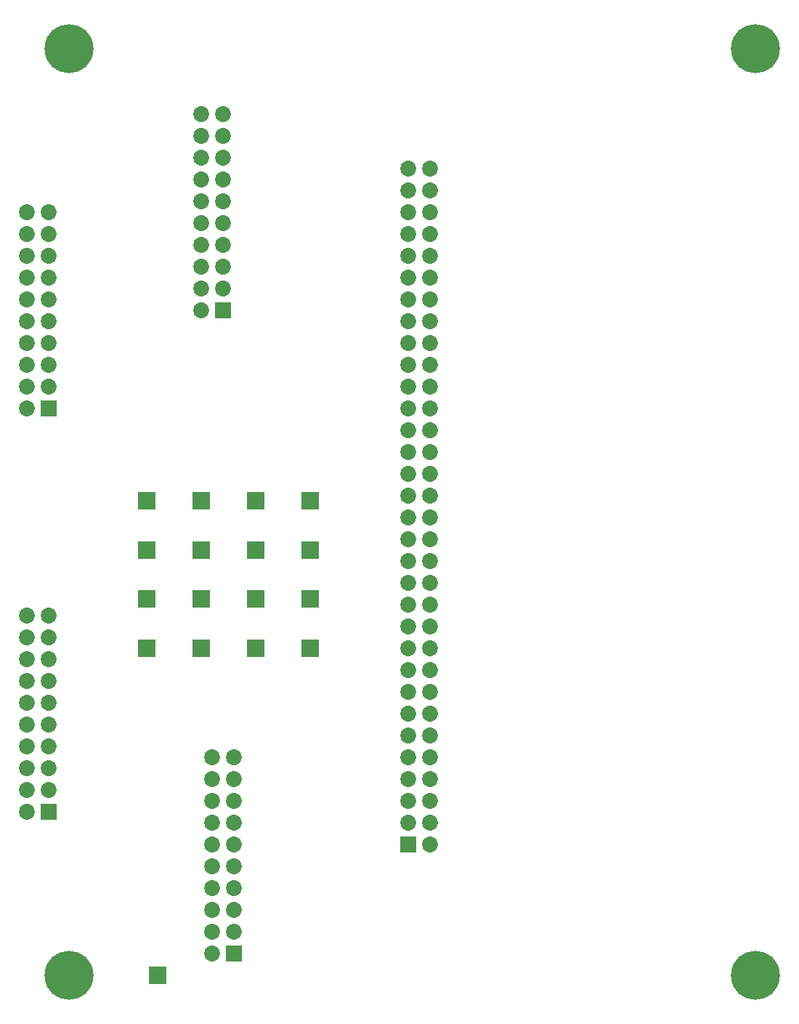
<source format=gts>
G04 Output by ViewMate Deluxe V11.0.9  PentaLogix LLC*
G04 Mon Nov 10 18:18:38 2014*
%FSLAX33Y33*%
%MOMM*%
%IPPOS*%
%ADD111R,1.8542X1.8542*%
%ADD112C,1.8542*%
%ADD113R,2.0041X2.0041*%
%ADD114C,5.7023*%

%LPD*%
X0Y0D2*D111*G1X28194Y93028D3*X7874Y81598D3*X49784Y30798D3*X29464Y18098D3*X7874Y34608D3*D112*X49784Y43498D3*X49784Y46038D3*X49784Y48578D3*X49784Y51118D3*X49784Y53658D3*X49784Y56198D3*X49784Y58738D3*X49784Y61278D3*X49784Y63818D3*X49784Y66358D3*X49784Y68898D3*X49784Y71438D3*X49784Y73978D3*X49784Y76518D3*X49784Y79058D3*X49784Y81598D3*X49784Y84138D3*X49784Y86678D3*X49784Y89218D3*X49784Y91758D3*X49784Y94298D3*X49784Y96838D3*X49784Y99378D3*X49784Y101918D3*X49784Y104458D3*X49784Y106998D3*X49784Y109538D3*X52324Y109538D3*X52324Y106998D3*X52324Y104458D3*X52324Y101918D3*X52324Y99378D3*X52324Y96838D3*X52324Y94298D3*X52324Y91758D3*X52324Y89218D3*X52324Y86678D3*X52324Y84138D3*X52324Y81598D3*X52324Y79058D3*X52324Y76518D3*X52324Y73978D3*X52324Y71438D3*X52324Y68898D3*X52324Y66358D3*X52324Y63818D3*X52324Y61278D3*X52324Y58738D3*X52324Y56198D3*X52324Y53658D3*X52324Y51118D3*X52324Y48578D3*X52324Y46038D3*X52324Y43498D3*X52324Y40958D3*X52324Y38418D3*X52324Y35878D3*X52324Y30798D3*X52324Y33338D3*X49784Y33338D3*X49784Y35878D3*X49784Y38418D3*X49784Y40958D3*X29464Y40958D3*X29464Y38418D3*X29464Y35878D3*X29464Y33338D3*X29464Y30798D3*X29464Y28258D3*X29464Y25718D3*X29464Y23178D3*X29464Y20638D3*X26924Y18098D3*X26924Y20638D3*X26924Y23178D3*X26924Y25718D3*X26924Y28258D3*X26924Y30798D3*X26924Y33338D3*X26924Y35878D3*X26924Y38418D3*X26924Y40958D3*X5334Y57468D3*X5334Y54928D3*X5334Y52388D3*X5334Y49848D3*X5334Y47308D3*X5334Y44768D3*X5334Y42228D3*X5334Y39688D3*X5334Y34608D3*X5334Y37148D3*X7874Y37148D3*X7874Y39688D3*X7874Y42228D3*X7874Y44768D3*X7874Y47308D3*X7874Y49848D3*X7874Y52388D3*X7874Y54928D3*X7874Y57468D3*X7874Y94298D3*X7874Y96838D3*X7874Y99378D3*X7874Y101918D3*X7874Y104458D3*X5334Y104458D3*X5334Y101918D3*X5334Y99378D3*X5334Y96838D3*X5334Y94298D3*X5334Y91758D3*X5334Y89218D3*X5334Y86678D3*X5334Y81598D3*X5334Y84138D3*X7874Y84138D3*X7874Y86678D3*X7874Y89218D3*X7874Y91758D3*X25654Y93028D3*X25654Y95568D3*X25654Y98108D3*X25654Y100648D3*X25654Y103188D3*X25654Y105728D3*X25654Y108268D3*X25654Y110808D3*X25654Y113348D3*X25654Y115888D3*X28194Y115888D3*X28194Y113348D3*X28194Y110808D3*X28194Y108268D3*X28194Y105728D3*X28194Y103188D3*X28194Y100648D3*X28194Y98108D3*X28194Y95568D3*D113*X20574Y15558D3*X19304Y53658D3*X19304Y59372D3*X19304Y65088D3*X19304Y70802D3*X25654Y70802D3*X25654Y65088D3*X25654Y59372D3*X25654Y53658D3*X32004Y53658D3*X32004Y59372D3*X32004Y65088D3*X32004Y70802D3*X38354Y70802D3*X38354Y65088D3*X38354Y59372D3*X38354Y53658D3*D114*X10254Y123508D3*X90254Y123508D3*X90254Y15558D3*X10254Y15558D3*X0Y0D2*M02*
</source>
